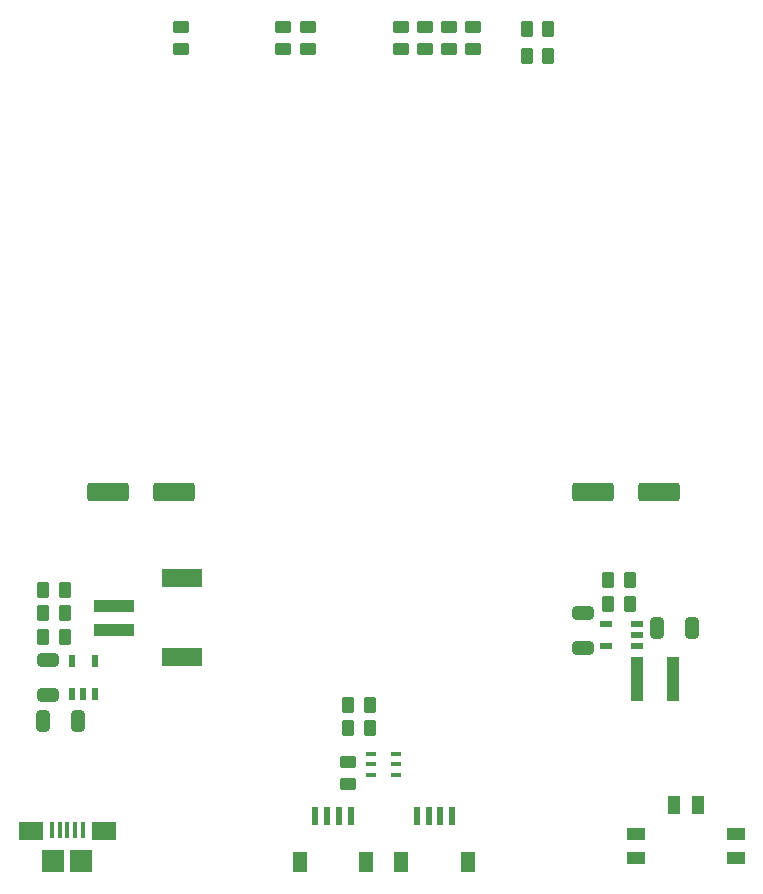
<source format=gbr>
%TF.GenerationSoftware,KiCad,Pcbnew,9.0.1-1.fc42*%
%TF.CreationDate,2025-04-23T08:50:20-04:00*%
%TF.ProjectId,roversa2,726f7665-7273-4613-922e-6b696361645f,rev?*%
%TF.SameCoordinates,Original*%
%TF.FileFunction,Paste,Bot*%
%TF.FilePolarity,Positive*%
%FSLAX46Y46*%
G04 Gerber Fmt 4.6, Leading zero omitted, Abs format (unit mm)*
G04 Created by KiCad (PCBNEW 9.0.1-1.fc42) date 2025-04-23 08:50:20*
%MOMM*%
%LPD*%
G01*
G04 APERTURE LIST*
G04 Aperture macros list*
%AMRoundRect*
0 Rectangle with rounded corners*
0 $1 Rounding radius*
0 $2 $3 $4 $5 $6 $7 $8 $9 X,Y pos of 4 corners*
0 Add a 4 corners polygon primitive as box body*
4,1,4,$2,$3,$4,$5,$6,$7,$8,$9,$2,$3,0*
0 Add four circle primitives for the rounded corners*
1,1,$1+$1,$2,$3*
1,1,$1+$1,$4,$5*
1,1,$1+$1,$6,$7*
1,1,$1+$1,$8,$9*
0 Add four rect primitives between the rounded corners*
20,1,$1+$1,$2,$3,$4,$5,0*
20,1,$1+$1,$4,$5,$6,$7,0*
20,1,$1+$1,$6,$7,$8,$9,0*
20,1,$1+$1,$8,$9,$2,$3,0*%
G04 Aperture macros list end*
%ADD10RoundRect,0.250000X-0.262500X-0.450000X0.262500X-0.450000X0.262500X0.450000X-0.262500X0.450000X0*%
%ADD11R,1.200000X1.800000*%
%ADD12R,0.600000X1.550000*%
%ADD13RoundRect,0.250000X0.262500X0.450000X-0.262500X0.450000X-0.262500X-0.450000X0.262500X-0.450000X0*%
%ADD14RoundRect,0.250000X-0.450000X0.262500X-0.450000X-0.262500X0.450000X-0.262500X0.450000X0.262500X0*%
%ADD15R,1.100000X0.600000*%
%ADD16R,1.100000X3.700000*%
%ADD17RoundRect,0.250000X0.325000X0.650000X-0.325000X0.650000X-0.325000X-0.650000X0.325000X-0.650000X0*%
%ADD18R,0.900000X0.450000*%
%ADD19R,1.500000X1.000000*%
%ADD20R,1.000000X1.500000*%
%ADD21RoundRect,0.250000X-1.500000X-0.550000X1.500000X-0.550000X1.500000X0.550000X-1.500000X0.550000X0*%
%ADD22R,2.100000X1.600000*%
%ADD23R,1.900000X1.900000*%
%ADD24RoundRect,0.100000X0.100000X0.575000X-0.100000X0.575000X-0.100000X-0.575000X0.100000X-0.575000X0*%
%ADD25RoundRect,0.250000X0.650000X-0.325000X0.650000X0.325000X-0.650000X0.325000X-0.650000X-0.325000X0*%
%ADD26RoundRect,0.250000X-0.650000X0.325000X-0.650000X-0.325000X0.650000X-0.325000X0.650000X0.325000X0*%
%ADD27R,0.600000X1.100000*%
%ADD28R,3.400000X1.500000*%
%ADD29R,3.500000X1.000000*%
G04 APERTURE END LIST*
D10*
%TO.C,R9*%
X111990500Y-79613000D03*
X113815500Y-79613000D03*
%TD*%
D11*
%TO.C,J4*%
X106972800Y-147844000D03*
X101372800Y-147844000D03*
D12*
X105672800Y-143969000D03*
X104672800Y-143969000D03*
X103672800Y-143969000D03*
X102672800Y-143969000D03*
%TD*%
D10*
%TO.C,R7*%
X71046900Y-128778000D03*
X72871900Y-128778000D03*
%TD*%
D13*
%TO.C,R6*%
X72871900Y-124841000D03*
X71046900Y-124841000D03*
%TD*%
D14*
%TO.C,R13*%
X101346000Y-77176500D03*
X101346000Y-79001500D03*
%TD*%
D13*
%TO.C,R5*%
X72871900Y-126746000D03*
X71046900Y-126746000D03*
%TD*%
D14*
%TO.C,R10*%
X82677000Y-77176500D03*
X82677000Y-79001500D03*
%TD*%
D15*
%TO.C,U1*%
X121288200Y-127675600D03*
X121288200Y-128625600D03*
X121288200Y-129575600D03*
X118688200Y-129575600D03*
X118688200Y-127675600D03*
%TD*%
D16*
%TO.C,L1*%
X121358400Y-132308600D03*
X124358400Y-132308600D03*
%TD*%
D17*
%TO.C,C4*%
X73992000Y-135890000D03*
X71042000Y-135890000D03*
%TD*%
D10*
%TO.C,R8*%
X111990500Y-77327000D03*
X113815500Y-77327000D03*
%TD*%
D18*
%TO.C,D1*%
X100922800Y-138732800D03*
X100922800Y-139582800D03*
X100922800Y-140432800D03*
X98822800Y-140432800D03*
X98822800Y-139582800D03*
X98822800Y-138732800D03*
%TD*%
D13*
%TO.C,R2*%
X120722900Y-123926600D03*
X118897900Y-123926600D03*
%TD*%
D19*
%TO.C,SW1*%
X121222800Y-147500000D03*
X121222800Y-145500000D03*
X129722800Y-147500000D03*
X129722800Y-145500000D03*
D20*
X124472800Y-143000000D03*
X126472800Y-143000000D03*
%TD*%
D21*
%TO.C,C11*%
X117597800Y-116509800D03*
X123197800Y-116509800D03*
%TD*%
D13*
%TO.C,R17*%
X98677100Y-136524000D03*
X96852100Y-136524000D03*
%TD*%
D14*
%TO.C,R4*%
X96824800Y-139370700D03*
X96824800Y-141195700D03*
%TD*%
D22*
%TO.C,J1*%
X76172800Y-145221900D03*
D23*
X74272800Y-147771900D03*
X71872800Y-147771900D03*
D22*
X69972800Y-145221900D03*
D24*
X74372800Y-145096900D03*
X73722800Y-145096900D03*
X73072800Y-145096900D03*
X72422800Y-145096900D03*
X71772800Y-145096900D03*
%TD*%
D21*
%TO.C,C10*%
X76547800Y-116509800D03*
X82147800Y-116509800D03*
%TD*%
D25*
%TO.C,C1*%
X116762400Y-129719600D03*
X116762400Y-126769600D03*
%TD*%
D26*
%TO.C,C3*%
X71426000Y-130717500D03*
X71426000Y-133667500D03*
%TD*%
D14*
%TO.C,R12*%
X93472000Y-77176500D03*
X93472000Y-79001500D03*
%TD*%
D10*
%TO.C,R3*%
X96852100Y-134517400D03*
X98677100Y-134517400D03*
%TD*%
D27*
%TO.C,U2*%
X75392000Y-133587000D03*
X74442000Y-133587000D03*
X73492000Y-133587000D03*
X73492000Y-130787000D03*
X75392000Y-130787000D03*
%TD*%
D14*
%TO.C,R15*%
X105410000Y-77176500D03*
X105410000Y-79001500D03*
%TD*%
D28*
%TO.C,J2*%
X82753200Y-130505200D03*
X82753200Y-123805200D03*
D29*
X77003200Y-128155200D03*
X77003200Y-126155200D03*
%TD*%
D11*
%TO.C,J3*%
X98372800Y-147844000D03*
X92772800Y-147844000D03*
D12*
X97072800Y-143969000D03*
X96072800Y-143969000D03*
X95072800Y-143969000D03*
X94072800Y-143969000D03*
%TD*%
D14*
%TO.C,R16*%
X107442000Y-77176500D03*
X107442000Y-79001500D03*
%TD*%
%TO.C,R14*%
X103378000Y-77176500D03*
X103378000Y-79001500D03*
%TD*%
D17*
%TO.C,C2*%
X125984400Y-127990600D03*
X123034400Y-127990600D03*
%TD*%
D14*
%TO.C,R11*%
X91313000Y-77176500D03*
X91313000Y-79001500D03*
%TD*%
D13*
%TO.C,R1*%
X120722900Y-125958600D03*
X118897900Y-125958600D03*
%TD*%
M02*

</source>
